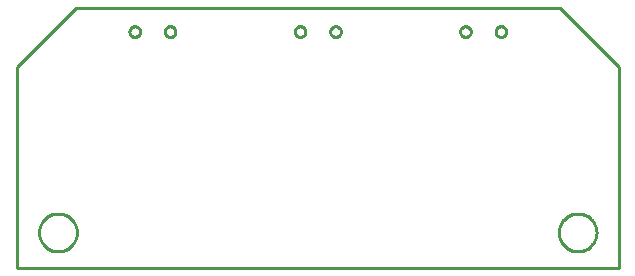
<source format=gbr>
G04 EAGLE Gerber RS-274X export*
G75*
%MOMM*%
%FSLAX34Y34*%
%LPD*%
%IN*%
%IPPOS*%
%AMOC8*
5,1,8,0,0,1.08239X$1,22.5*%
G01*
%ADD10C,0.254000*%


D10*
X0Y0D02*
X510000Y0D01*
X510000Y170000D01*
X460000Y220000D01*
X50000Y220000D01*
X0Y170000D01*
X0Y0D01*
X51000Y29476D02*
X50932Y28431D01*
X50795Y27392D01*
X50590Y26365D01*
X50319Y25353D01*
X49983Y24361D01*
X49582Y23393D01*
X49118Y22454D01*
X48595Y21546D01*
X48013Y20675D01*
X47375Y19844D01*
X46684Y19057D01*
X45943Y18316D01*
X45156Y17625D01*
X44325Y16988D01*
X43454Y16406D01*
X42546Y15882D01*
X41607Y15418D01*
X40639Y15017D01*
X39647Y14681D01*
X38635Y14410D01*
X37608Y14205D01*
X36569Y14069D01*
X35524Y14000D01*
X34476Y14000D01*
X33431Y14069D01*
X32392Y14205D01*
X31365Y14410D01*
X30353Y14681D01*
X29361Y15017D01*
X28393Y15418D01*
X27454Y15882D01*
X26546Y16406D01*
X25675Y16988D01*
X24844Y17625D01*
X24057Y18316D01*
X23316Y19057D01*
X22625Y19844D01*
X21988Y20675D01*
X21406Y21546D01*
X20882Y22454D01*
X20418Y23393D01*
X20017Y24361D01*
X19681Y25353D01*
X19410Y26365D01*
X19205Y27392D01*
X19069Y28431D01*
X19000Y29476D01*
X19000Y30524D01*
X19069Y31569D01*
X19205Y32608D01*
X19410Y33635D01*
X19681Y34647D01*
X20017Y35639D01*
X20418Y36607D01*
X20882Y37546D01*
X21406Y38454D01*
X21988Y39325D01*
X22625Y40156D01*
X23316Y40943D01*
X24057Y41684D01*
X24844Y42375D01*
X25675Y43013D01*
X26546Y43595D01*
X27454Y44118D01*
X28393Y44582D01*
X29361Y44983D01*
X30353Y45319D01*
X31365Y45590D01*
X32392Y45795D01*
X33431Y45932D01*
X34476Y46000D01*
X35524Y46000D01*
X36569Y45932D01*
X37608Y45795D01*
X38635Y45590D01*
X39647Y45319D01*
X40639Y44983D01*
X41607Y44582D01*
X42546Y44118D01*
X43454Y43595D01*
X44325Y43013D01*
X45156Y42375D01*
X45943Y41684D01*
X46684Y40943D01*
X47375Y40156D01*
X48013Y39325D01*
X48595Y38454D01*
X49118Y37546D01*
X49582Y36607D01*
X49983Y35639D01*
X50319Y34647D01*
X50590Y33635D01*
X50795Y32608D01*
X50932Y31569D01*
X51000Y30524D01*
X51000Y29476D01*
X491000Y29476D02*
X490932Y28431D01*
X490795Y27392D01*
X490590Y26365D01*
X490319Y25353D01*
X489983Y24361D01*
X489582Y23393D01*
X489118Y22454D01*
X488595Y21546D01*
X488013Y20675D01*
X487375Y19844D01*
X486684Y19057D01*
X485943Y18316D01*
X485156Y17625D01*
X484325Y16988D01*
X483454Y16406D01*
X482546Y15882D01*
X481607Y15418D01*
X480639Y15017D01*
X479647Y14681D01*
X478635Y14410D01*
X477608Y14205D01*
X476569Y14069D01*
X475524Y14000D01*
X474476Y14000D01*
X473431Y14069D01*
X472392Y14205D01*
X471365Y14410D01*
X470353Y14681D01*
X469361Y15017D01*
X468393Y15418D01*
X467454Y15882D01*
X466546Y16406D01*
X465675Y16988D01*
X464844Y17625D01*
X464057Y18316D01*
X463316Y19057D01*
X462625Y19844D01*
X461988Y20675D01*
X461406Y21546D01*
X460882Y22454D01*
X460418Y23393D01*
X460017Y24361D01*
X459681Y25353D01*
X459410Y26365D01*
X459205Y27392D01*
X459069Y28431D01*
X459000Y29476D01*
X459000Y30524D01*
X459069Y31569D01*
X459205Y32608D01*
X459410Y33635D01*
X459681Y34647D01*
X460017Y35639D01*
X460418Y36607D01*
X460882Y37546D01*
X461406Y38454D01*
X461988Y39325D01*
X462625Y40156D01*
X463316Y40943D01*
X464057Y41684D01*
X464844Y42375D01*
X465675Y43013D01*
X466546Y43595D01*
X467454Y44118D01*
X468393Y44582D01*
X469361Y44983D01*
X470353Y45319D01*
X471365Y45590D01*
X472392Y45795D01*
X473431Y45932D01*
X474476Y46000D01*
X475524Y46000D01*
X476569Y45932D01*
X477608Y45795D01*
X478635Y45590D01*
X479647Y45319D01*
X480639Y44983D01*
X481607Y44582D01*
X482546Y44118D01*
X483454Y43595D01*
X484325Y43013D01*
X485156Y42375D01*
X485943Y41684D01*
X486684Y40943D01*
X487375Y40156D01*
X488013Y39325D01*
X488595Y38454D01*
X489118Y37546D01*
X489582Y36607D01*
X489983Y35639D01*
X490319Y34647D01*
X490590Y33635D01*
X490795Y32608D01*
X490932Y31569D01*
X491000Y30524D01*
X491000Y29476D01*
X104500Y199705D02*
X104423Y199120D01*
X104270Y198550D01*
X104045Y198005D01*
X103750Y197495D01*
X103391Y197027D01*
X102973Y196609D01*
X102505Y196250D01*
X101995Y195955D01*
X101450Y195730D01*
X100880Y195577D01*
X100295Y195500D01*
X99705Y195500D01*
X99120Y195577D01*
X98550Y195730D01*
X98005Y195955D01*
X97495Y196250D01*
X97027Y196609D01*
X96609Y197027D01*
X96250Y197495D01*
X95955Y198005D01*
X95730Y198550D01*
X95577Y199120D01*
X95500Y199705D01*
X95500Y200295D01*
X95577Y200880D01*
X95730Y201450D01*
X95955Y201995D01*
X96250Y202505D01*
X96609Y202973D01*
X97027Y203391D01*
X97495Y203750D01*
X98005Y204045D01*
X98550Y204270D01*
X99120Y204423D01*
X99705Y204500D01*
X100295Y204500D01*
X100880Y204423D01*
X101450Y204270D01*
X101995Y204045D01*
X102505Y203750D01*
X102973Y203391D01*
X103391Y202973D01*
X103750Y202505D01*
X104045Y201995D01*
X104270Y201450D01*
X104423Y200880D01*
X104500Y200295D01*
X104500Y199705D01*
X134500Y199705D02*
X134423Y199120D01*
X134270Y198550D01*
X134045Y198005D01*
X133750Y197495D01*
X133391Y197027D01*
X132973Y196609D01*
X132505Y196250D01*
X131995Y195955D01*
X131450Y195730D01*
X130880Y195577D01*
X130295Y195500D01*
X129705Y195500D01*
X129120Y195577D01*
X128550Y195730D01*
X128005Y195955D01*
X127495Y196250D01*
X127027Y196609D01*
X126609Y197027D01*
X126250Y197495D01*
X125955Y198005D01*
X125730Y198550D01*
X125577Y199120D01*
X125500Y199705D01*
X125500Y200295D01*
X125577Y200880D01*
X125730Y201450D01*
X125955Y201995D01*
X126250Y202505D01*
X126609Y202973D01*
X127027Y203391D01*
X127495Y203750D01*
X128005Y204045D01*
X128550Y204270D01*
X129120Y204423D01*
X129705Y204500D01*
X130295Y204500D01*
X130880Y204423D01*
X131450Y204270D01*
X131995Y204045D01*
X132505Y203750D01*
X132973Y203391D01*
X133391Y202973D01*
X133750Y202505D01*
X134045Y201995D01*
X134270Y201450D01*
X134423Y200880D01*
X134500Y200295D01*
X134500Y199705D01*
X244500Y199705D02*
X244423Y199120D01*
X244270Y198550D01*
X244045Y198005D01*
X243750Y197495D01*
X243391Y197027D01*
X242973Y196609D01*
X242505Y196250D01*
X241995Y195955D01*
X241450Y195730D01*
X240880Y195577D01*
X240295Y195500D01*
X239705Y195500D01*
X239120Y195577D01*
X238550Y195730D01*
X238005Y195955D01*
X237495Y196250D01*
X237027Y196609D01*
X236609Y197027D01*
X236250Y197495D01*
X235955Y198005D01*
X235730Y198550D01*
X235577Y199120D01*
X235500Y199705D01*
X235500Y200295D01*
X235577Y200880D01*
X235730Y201450D01*
X235955Y201995D01*
X236250Y202505D01*
X236609Y202973D01*
X237027Y203391D01*
X237495Y203750D01*
X238005Y204045D01*
X238550Y204270D01*
X239120Y204423D01*
X239705Y204500D01*
X240295Y204500D01*
X240880Y204423D01*
X241450Y204270D01*
X241995Y204045D01*
X242505Y203750D01*
X242973Y203391D01*
X243391Y202973D01*
X243750Y202505D01*
X244045Y201995D01*
X244270Y201450D01*
X244423Y200880D01*
X244500Y200295D01*
X244500Y199705D01*
X274500Y199705D02*
X274423Y199120D01*
X274270Y198550D01*
X274045Y198005D01*
X273750Y197495D01*
X273391Y197027D01*
X272973Y196609D01*
X272505Y196250D01*
X271995Y195955D01*
X271450Y195730D01*
X270880Y195577D01*
X270295Y195500D01*
X269705Y195500D01*
X269120Y195577D01*
X268550Y195730D01*
X268005Y195955D01*
X267495Y196250D01*
X267027Y196609D01*
X266609Y197027D01*
X266250Y197495D01*
X265955Y198005D01*
X265730Y198550D01*
X265577Y199120D01*
X265500Y199705D01*
X265500Y200295D01*
X265577Y200880D01*
X265730Y201450D01*
X265955Y201995D01*
X266250Y202505D01*
X266609Y202973D01*
X267027Y203391D01*
X267495Y203750D01*
X268005Y204045D01*
X268550Y204270D01*
X269120Y204423D01*
X269705Y204500D01*
X270295Y204500D01*
X270880Y204423D01*
X271450Y204270D01*
X271995Y204045D01*
X272505Y203750D01*
X272973Y203391D01*
X273391Y202973D01*
X273750Y202505D01*
X274045Y201995D01*
X274270Y201450D01*
X274423Y200880D01*
X274500Y200295D01*
X274500Y199705D01*
X384500Y199705D02*
X384423Y199120D01*
X384270Y198550D01*
X384045Y198005D01*
X383750Y197495D01*
X383391Y197027D01*
X382973Y196609D01*
X382505Y196250D01*
X381995Y195955D01*
X381450Y195730D01*
X380880Y195577D01*
X380295Y195500D01*
X379705Y195500D01*
X379120Y195577D01*
X378550Y195730D01*
X378005Y195955D01*
X377495Y196250D01*
X377027Y196609D01*
X376609Y197027D01*
X376250Y197495D01*
X375955Y198005D01*
X375730Y198550D01*
X375577Y199120D01*
X375500Y199705D01*
X375500Y200295D01*
X375577Y200880D01*
X375730Y201450D01*
X375955Y201995D01*
X376250Y202505D01*
X376609Y202973D01*
X377027Y203391D01*
X377495Y203750D01*
X378005Y204045D01*
X378550Y204270D01*
X379120Y204423D01*
X379705Y204500D01*
X380295Y204500D01*
X380880Y204423D01*
X381450Y204270D01*
X381995Y204045D01*
X382505Y203750D01*
X382973Y203391D01*
X383391Y202973D01*
X383750Y202505D01*
X384045Y201995D01*
X384270Y201450D01*
X384423Y200880D01*
X384500Y200295D01*
X384500Y199705D01*
X414500Y199705D02*
X414423Y199120D01*
X414270Y198550D01*
X414045Y198005D01*
X413750Y197495D01*
X413391Y197027D01*
X412973Y196609D01*
X412505Y196250D01*
X411995Y195955D01*
X411450Y195730D01*
X410880Y195577D01*
X410295Y195500D01*
X409705Y195500D01*
X409120Y195577D01*
X408550Y195730D01*
X408005Y195955D01*
X407495Y196250D01*
X407027Y196609D01*
X406609Y197027D01*
X406250Y197495D01*
X405955Y198005D01*
X405730Y198550D01*
X405577Y199120D01*
X405500Y199705D01*
X405500Y200295D01*
X405577Y200880D01*
X405730Y201450D01*
X405955Y201995D01*
X406250Y202505D01*
X406609Y202973D01*
X407027Y203391D01*
X407495Y203750D01*
X408005Y204045D01*
X408550Y204270D01*
X409120Y204423D01*
X409705Y204500D01*
X410295Y204500D01*
X410880Y204423D01*
X411450Y204270D01*
X411995Y204045D01*
X412505Y203750D01*
X412973Y203391D01*
X413391Y202973D01*
X413750Y202505D01*
X414045Y201995D01*
X414270Y201450D01*
X414423Y200880D01*
X414500Y200295D01*
X414500Y199705D01*
M02*

</source>
